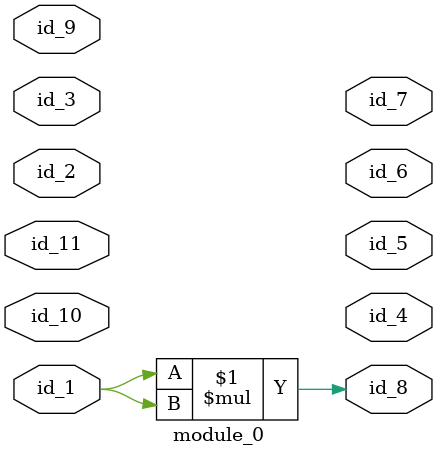
<source format=v>
module module_0 (
    id_1,
    id_2,
    id_3,
    id_4,
    id_5,
    id_6,
    id_7,
    id_8,
    id_9,
    id_10,
    id_11
);
  inout id_11;
  inout id_10;
  input id_9;
  output id_8;
  output id_7;
  output id_6;
  output id_5;
  output id_4;
  input id_3;
  inout id_2;
  inout id_1;
  assign id_8 = id_1 * id_1;
endmodule

</source>
